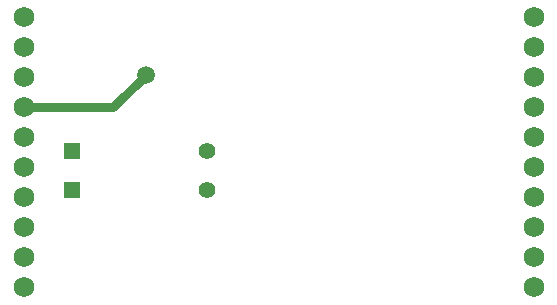
<source format=gbr>
%TF.GenerationSoftware,KiCad,Pcbnew,8.0.8*%
%TF.CreationDate,2025-03-02T21:09:17-05:00*%
%TF.ProjectId,Throttle Latching Module V3.1,5468726f-7474-46c6-9520-4c6174636869,rev?*%
%TF.SameCoordinates,Original*%
%TF.FileFunction,Copper,L2,Bot*%
%TF.FilePolarity,Positive*%
%FSLAX46Y46*%
G04 Gerber Fmt 4.6, Leading zero omitted, Abs format (unit mm)*
G04 Created by KiCad (PCBNEW 8.0.8) date 2025-03-02 21:09:17*
%MOMM*%
%LPD*%
G01*
G04 APERTURE LIST*
%TA.AperFunction,ComponentPad*%
%ADD10R,1.397000X1.397000*%
%TD*%
%TA.AperFunction,ComponentPad*%
%ADD11C,1.397000*%
%TD*%
%TA.AperFunction,ComponentPad*%
%ADD12C,1.750000*%
%TD*%
%TA.AperFunction,ViaPad*%
%ADD13C,1.500000*%
%TD*%
%TA.AperFunction,Conductor*%
%ADD14C,0.750000*%
%TD*%
G04 APERTURE END LIST*
D10*
%TO.P,R2,1*%
%TO.N,Net-(J1-Pad3)*%
X26670000Y-37200000D03*
D11*
%TO.P,R2,2*%
%TO.N,Net-(U1-G)*%
X38100000Y-37200000D03*
%TD*%
D12*
%TO.P,J1,1,1*%
%TO.N,Net-(U1-D)*%
X22550000Y-22550000D03*
%TO.P,J1,2,2*%
%TO.N,Net-(U1-G)*%
X22550000Y-25090000D03*
%TO.P,J1,3,3*%
%TO.N,Net-(J1-Pad3)*%
X22550000Y-27630000D03*
%TO.P,J1,4,4*%
%TO.N,Net-(D1-A)*%
X22550000Y-30170000D03*
%TO.P,J1,5,5*%
%TO.N,unconnected-(J1-Pad5)*%
X22550000Y-32710000D03*
%TO.P,J1,6,6*%
%TO.N,unconnected-(J1-Pad6)*%
X22550000Y-35250000D03*
%TO.P,J1,7,7*%
%TO.N,unconnected-(J1-Pad7)*%
X22550000Y-37790000D03*
%TO.P,J1,8,8*%
%TO.N,unconnected-(J1-Pad8)*%
X22550000Y-40330000D03*
%TO.P,J1,9,9*%
%TO.N,unconnected-(J1-Pad9)*%
X22550000Y-42870000D03*
%TO.P,J1,10,10*%
%TO.N,unconnected-(J1-Pad10)*%
X22550000Y-45410000D03*
%TD*%
D10*
%TO.P,R1,1*%
%TO.N,Net-(J1-Pad3)*%
X26670000Y-33846800D03*
D11*
%TO.P,R1,2*%
%TO.N,Net-(D1-K)*%
X38100000Y-33846800D03*
%TD*%
D12*
%TO.P,J2,1,1*%
%TO.N,N/C*%
X65730000Y-22550000D03*
%TO.P,J2,2,2*%
X65730000Y-25090000D03*
%TO.P,J2,3,3*%
X65730000Y-27630000D03*
%TO.P,J2,4,4*%
X65730000Y-30170000D03*
%TO.P,J2,5,5*%
X65730000Y-32710000D03*
%TO.P,J2,6,6*%
X65730000Y-35250000D03*
%TO.P,J2,7,7*%
X65730000Y-37790000D03*
%TO.P,J2,8,8*%
X65730000Y-40330000D03*
%TO.P,J2,9,9*%
X65730000Y-42870000D03*
%TO.P,J2,10,10*%
X65730000Y-45410000D03*
%TD*%
D13*
%TO.N,Net-(D1-A)*%
X32900000Y-27400000D03*
%TD*%
D14*
%TO.N,Net-(D1-A)*%
X30130000Y-30170000D02*
X32900000Y-27400000D01*
X22550000Y-30170000D02*
X30130000Y-30170000D01*
%TD*%
M02*

</source>
